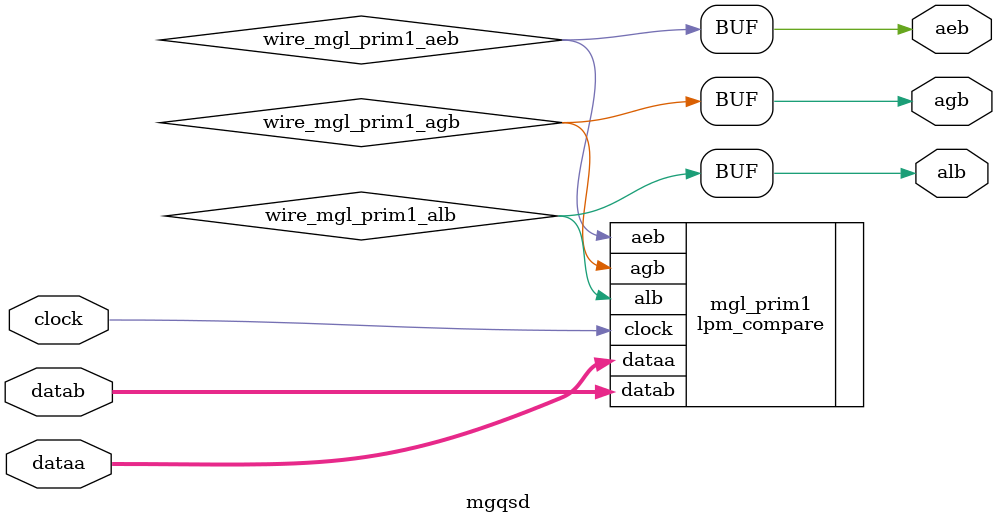
<source format=v>






//synthesis_resources = lpm_compare 1 
//synopsys translate_off
`timescale 1 ps / 1 ps
//synopsys translate_on
module  mgqsd
	( 
	aeb,
	agb,
	alb,
	clock,
	dataa,
	datab) /* synthesis synthesis_clearbox=1 */;
	output   aeb;
	output   agb;
	output   alb;
	input   clock;
	input   [7:0]  dataa;
	input   [7:0]  datab;

	wire  wire_mgl_prim1_aeb;
	wire  wire_mgl_prim1_agb;
	wire  wire_mgl_prim1_alb;

	lpm_compare   mgl_prim1
	( 
	.aeb(wire_mgl_prim1_aeb),
	.agb(wire_mgl_prim1_agb),
	.alb(wire_mgl_prim1_alb),
	.clock(clock),
	.dataa(dataa),
	.datab(datab));
	defparam
		mgl_prim1.lpm_pipeline = 1,
		mgl_prim1.lpm_representation = "UNSIGNED",
		mgl_prim1.lpm_type = "LPM_COMPARE",
		mgl_prim1.lpm_width = 8;
	assign
		aeb = wire_mgl_prim1_aeb,
		agb = wire_mgl_prim1_agb,
		alb = wire_mgl_prim1_alb;
endmodule //mgqsd
//VALID FILE

</source>
